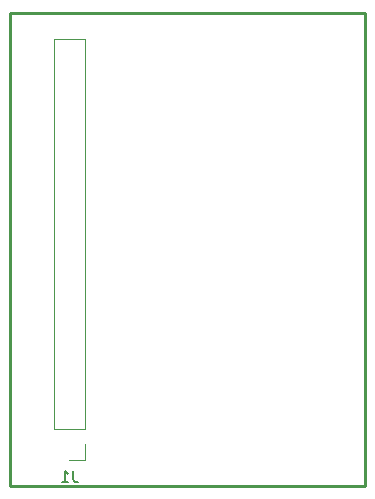
<source format=gbr>
%TF.GenerationSoftware,KiCad,Pcbnew,(5.1.6)-1*%
%TF.CreationDate,2021-10-20T11:15:13+02:00*%
%TF.ProjectId,Display_Backplate_v1,44697370-6c61-4795-9f42-61636b706c61,rev?*%
%TF.SameCoordinates,PX91e9840PY754d4c0*%
%TF.FileFunction,Legend,Bot*%
%TF.FilePolarity,Positive*%
%FSLAX46Y46*%
G04 Gerber Fmt 4.6, Leading zero omitted, Abs format (unit mm)*
G04 Created by KiCad (PCBNEW (5.1.6)-1) date 2021-10-20 11:15:13*
%MOMM*%
%LPD*%
G01*
G04 APERTURE LIST*
%TA.AperFunction,Profile*%
%ADD10C,0.250000*%
%TD*%
%ADD11C,0.120000*%
%ADD12C,0.150000*%
G04 APERTURE END LIST*
D10*
X30000000Y0D02*
X30000000Y40000000D01*
X30000000Y0D02*
X0Y0D01*
X0Y40000000D02*
X30000000Y40000000D01*
X0Y0D02*
X0Y40000000D01*
D11*
%TO.C,J1*%
X5000000Y2170000D02*
X6330000Y2170000D01*
X6330000Y2170000D02*
X6330000Y3500000D01*
X6330000Y4770000D02*
X6330000Y37850000D01*
X3670000Y37850000D02*
X6330000Y37850000D01*
X3670000Y4770000D02*
X3670000Y37850000D01*
X3670000Y4770000D02*
X6330000Y4770000D01*
%TD*%
%TO.C,J1*%
D12*
X5333333Y1277620D02*
X5333333Y563334D01*
X5380952Y420477D01*
X5476190Y325239D01*
X5619047Y277620D01*
X5714285Y277620D01*
X4333333Y277620D02*
X4904761Y277620D01*
X4619047Y277620D02*
X4619047Y1277620D01*
X4714285Y1134762D01*
X4809523Y1039524D01*
X4904761Y991905D01*
%TD*%
M02*

</source>
